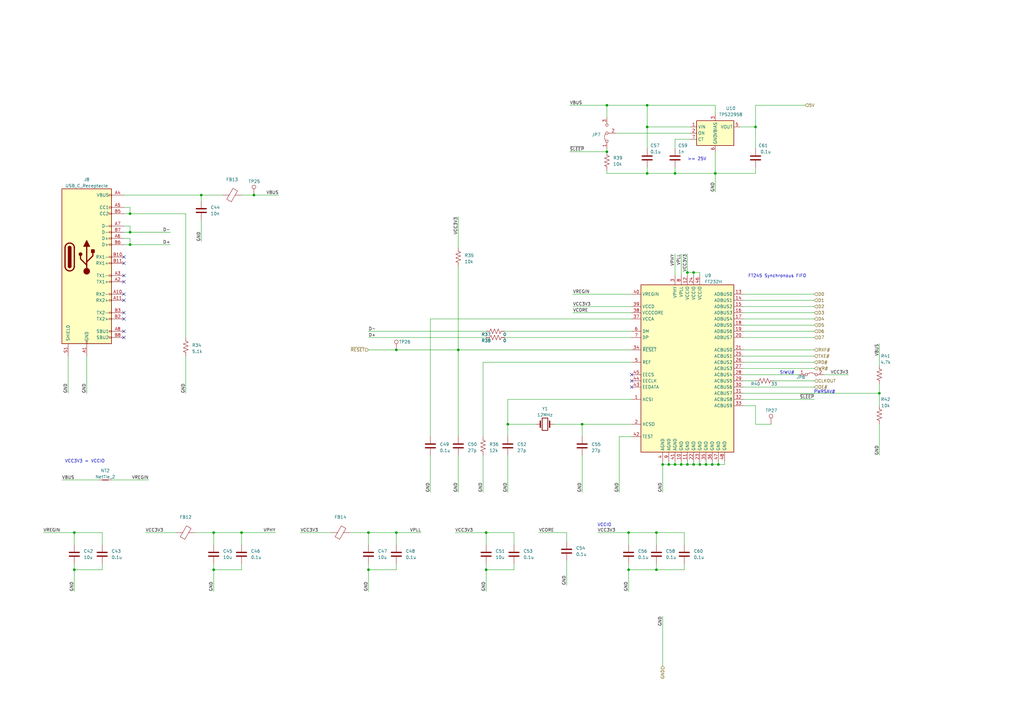
<source format=kicad_sch>
(kicad_sch (version 20250114) (generator "eeschema") (generator_version "9.0")
  (paper "A3")
  (title_block (title "Sonar Pinger") (date "2025-05-03") (rev "0"))
  (lib_symbols
    (symbol "Connector:TestPoint" (pin_numbers (hide yes)) (pin_names (offset 0.762) (hide yes))
      (property "Reference" "TP" (at 0 6.858 0))
      (property "Value" "TestPoint" (at 0 5.08 0))
      (symbol "TestPoint_0_1"
        (circle (center 0 3.302) (radius 0.762))
      )
      (symbol "TestPoint_1_1"
        (pin passive line (at 0 0 90) (length 2.54) (name "1") (number "1"))
      )
    )
    (symbol "Connector:USB_C_Receptacle" (pin_names (offset 1.016))
      (property "Reference" "J" (at -10.16 29.21 0))
      (property "Value" "USB_C_Receptacle" (at 10.16 29.21 0))
      (symbol "USB_C_Receptacle_0_0"
        (rectangle (start -0.254 -35.56) (end 0.254 -34.544))
        (rectangle (start 10.16 25.654) (end 9.144 25.146))
        (rectangle (start 10.16 20.574) (end 9.144 20.066))
        (rectangle (start 10.16 18.034) (end 9.144 17.526))
        (rectangle (start 10.16 12.954) (end 9.144 12.446))
        (rectangle (start 10.16 10.414) (end 9.144 9.906))
        (rectangle (start 10.16 7.874) (end 9.144 7.366))
        (rectangle (start 10.16 5.334) (end 9.144 4.826))
        (rectangle (start 10.16 0.254) (end 9.144 -0.254))
        (rectangle (start 10.16 -2.286) (end 9.144 -2.794))
        (rectangle (start 10.16 -7.366) (end 9.144 -7.874))
        (rectangle (start 10.16 -9.906) (end 9.144 -10.414))
        (rectangle (start 10.16 -14.986) (end 9.144 -15.494))
        (rectangle (start 10.16 -17.526) (end 9.144 -18.034))
        (rectangle (start 10.16 -22.606) (end 9.144 -23.114))
        (rectangle (start 10.16 -25.146) (end 9.144 -25.654))
        (rectangle (start 10.16 -30.226) (end 9.144 -30.734))
        (rectangle (start 10.16 -32.766) (end 9.144 -33.274))
      )
      (symbol "USB_C_Receptacle_0_1"
        (rectangle (start -10.16 27.94) (end 10.16 -35.56) (stroke (width 0.254)) (fill (type background)))
        (polyline (pts (xy -8.89 -3.81) (xy -8.89 3.81)) (stroke (width 0.508)))
        (rectangle (start -7.62 -3.81) (end -6.35 3.81) (stroke (width 0.254)) (fill (type outline)))
        (arc (start -7.62 3.81) (mid -6.985 4.4423) (end -6.35 3.81) (stroke (width 0.254)))
        (arc (start -7.62 3.81) (mid -6.985 4.4423) (end -6.35 3.81) (stroke (width 0.254)) (fill (type outline)))
        (arc (start -8.89 3.81) (mid -6.985 5.7067) (end -5.08 3.81) (stroke (width 0.508)))
        (arc (start -5.08 -3.81) (mid -6.985 -5.7067) (end -8.89 -3.81) (stroke (width 0.508)))
        (arc (start -6.35 -3.81) (mid -6.985 -4.4423) (end -7.62 -3.81) (stroke (width 0.254)))
        (arc (start -6.35 -3.81) (mid -6.985 -4.4423) (end -7.62 -3.81) (stroke (width 0.254)) (fill (type outline)))
        (polyline (pts (xy -5.08 3.81) (xy -5.08 -3.81)) (stroke (width 0.508)))
      )
      (symbol "USB_C_Receptacle_1_1"
        (circle (center -2.54 1.143) (radius 0.635) (stroke (width 0.254)) (fill (type outline)))
        (polyline (pts (xy -1.27 4.318) (xy 0 6.858) (xy 1.27 4.318) (xy -1.27 4.318)) (stroke (width 0.254)) (fill (type outline)))
        (polyline (pts (xy 0 -2.032) (xy 2.54 0.508) (xy 2.54 1.778)) (stroke (width 0.508)))
        (polyline (pts (xy 0 -3.302) (xy -2.54 -0.762) (xy -2.54 0.508)) (stroke (width 0.508)))
        (polyline (pts (xy 0 -5.842) (xy 0 4.318)) (stroke (width 0.508)))
        (circle (center 0 -5.842) (radius 1.27) (fill (type outline)))
        (rectangle (start 1.905 1.778) (end 3.175 3.048) (stroke (width 0.254)) (fill (type outline)))
        (pin passive line (at -7.62 -40.64 90) (length 5.08) (name "SHIELD") (number "S1"))
        (pin passive line (at 0 -40.64 90) (length 5.08) (name "GND") (number "A1"))
        (pin passive line (at 0 -40.64 90) (length 5.08) (hide yes) (name "GND") (number "A12"))
        (pin passive line (at 0 -40.64 90) (length 5.08) (hide yes) (name "GND") (number "B1"))
        (pin passive line (at 0 -40.64 90) (length 5.08) (hide yes) (name "GND") (number "B12"))
        (pin passive line (at 15.24 25.4 180) (length 5.08) (name "VBUS") (number "A4"))
        (pin passive line (at 15.24 25.4 180) (length 5.08) (hide yes) (name "VBUS") (number "A9"))
        (pin passive line (at 15.24 25.4 180) (length 5.08) (hide yes) (name "VBUS") (number "B4"))
        (pin passive line (at 15.24 25.4 180) (length 5.08) (hide yes) (name "VBUS") (number "B9"))
        (pin bidirectional line (at 15.24 20.32 180) (length 5.08) (name "CC1") (number "A5"))
        (pin bidirectional line (at 15.24 17.78 180) (length 5.08) (name "CC2") (number "B5"))
        (pin bidirectional line (at 15.24 12.7 180) (length 5.08) (name "D-") (number "A7"))
        (pin bidirectional line (at 15.24 10.16 180) (length 5.08) (name "D-") (number "B7"))
        (pin bidirectional line (at 15.24 7.62 180) (length 5.08) (name "D+") (number "A6"))
        (pin bidirectional line (at 15.24 5.08 180) (length 5.08) (name "D+") (number "B6"))
        (pin bidirectional line (at 15.24 0 180) (length 5.08) (name "RX1-") (number "B10"))
        (pin bidirectional line (at 15.24 -2.54 180) (length 5.08) (name "RX1+") (number "B11"))
        (pin bidirectional line (at 15.24 -7.62 180) (length 5.08) (name "TX1-") (number "A3"))
        (pin bidirectional line (at 15.24 -10.16 180) (length 5.08) (name "TX1+") (number "A2"))
        (pin bidirectional line (at 15.24 -15.24 180) (length 5.08) (name "RX2-") (number "A10"))
        (pin bidirectional line (at 15.24 -17.78 180) (length 5.08) (name "RX2+") (number "A11"))
        (pin bidirectional line (at 15.24 -22.86 180) (length 5.08) (name "TX2-") (number "B3"))
        (pin bidirectional line (at 15.24 -25.4 180) (length 5.08) (name "TX2+") (number "B2"))
        (pin bidirectional line (at 15.24 -30.48 180) (length 5.08) (name "SBU1") (number "A8"))
        (pin bidirectional line (at 15.24 -33.02 180) (length 5.08) (name "SBU2") (number "B8"))
      )
    )
    (symbol "Device:C" (pin_numbers (hide yes)) (pin_names (offset 0.254))
      (property "Reference" "C" (at 0.635 2.54 0))
      (property "Value" "C" (at 0.635 -2.54 0))
      (symbol "C_0_1"
        (polyline (pts (xy -2.032 0.762) (xy 2.032 0.762)) (stroke (width 0.508)))
        (polyline (pts (xy -2.032 -0.762) (xy 2.032 -0.762)) (stroke (width 0.508)))
      )
      (symbol "C_1_1"
        (pin passive line (at 0 3.81 270) (length 2.794) (name "~") (number "1"))
        (pin passive line (at 0 -3.81 90) (length 2.794) (name "~") (number "2"))
      )
    )
    (symbol "Device:Crystal" (pin_numbers (hide yes)) (pin_names (offset 1.016) (hide yes))
      (property "Reference" "Y" (at 0 3.81 0))
      (property "Value" "Crystal" (at 0 -3.81 0))
      (symbol "Crystal_0_1"
        (polyline (pts (xy -2.54 0) (xy -1.905 0)))
        (polyline (pts (xy -1.905 -1.27) (xy -1.905 1.27)) (stroke (width 0.508)))
        (rectangle (start -1.143 2.54) (end 1.143 -2.54) (stroke (width 0.3048)))
        (polyline (pts (xy 1.905 -1.27) (xy 1.905 1.27)) (stroke (width 0.508)))
        (polyline (pts (xy 2.54 0) (xy 1.905 0)))
      )
      (symbol "Crystal_1_1"
        (pin passive line (at -3.81 0 0) (length 1.27) (name "1") (number "1"))
        (pin passive line (at 3.81 0 180) (length 1.27) (name "2") (number "2"))
      )
    )
    (symbol "Device:FerriteBead" (pin_numbers (hide yes)) (pin_names (offset 0))
      (property "Reference" "FB" (at -3.81 0.635 90))
      (property "Value" "FerriteBead" (at 3.81 0 90))
      (symbol "FerriteBead_0_1"
        (polyline (pts (xy -2.7686 0.4064) (xy -1.7018 2.2606) (xy 2.7686 -0.3048) (xy 1.6764 -2.159) (xy -2.7686 0.4064)))
        (polyline (pts (xy 0 1.27) (xy 0 1.2954)))
        (polyline (pts (xy 0 -1.27) (xy 0 -1.2192)))
      )
      (symbol "FerriteBead_1_1"
        (pin passive line (at 0 3.81 270) (length 2.54) (name "~") (number "1"))
        (pin passive line (at 0 -3.81 90) (length 2.54) (name "~") (number "2"))
      )
    )
    (symbol "Device:NetTie_2" (pin_numbers (hide yes)) (pin_names (offset 0) (hide yes)) (in_bom no)
      (property "Reference" "NT" (at 0 1.27 0))
      (property "Value" "NetTie_2" (at 0 -1.27 0))
      (symbol "NetTie_2_0_1"
        (polyline (pts (xy -1.27 0) (xy 1.27 0)) (stroke (width 0.254)))
      )
      (symbol "NetTie_2_1_1"
        (pin passive line (at -2.54 0 0) (length 2.54) (name "1") (number "1"))
        (pin passive line (at 2.54 0 180) (length 2.54) (name "2") (number "2"))
      )
    )
    (symbol "Device:R_US" (pin_numbers (hide yes)) (pin_names (offset 0))
      (property "Reference" "R" (at 2.54 0 90))
      (property "Value" "R_US" (at -2.54 0 90))
      (symbol "R_US_0_1"
        (polyline (pts (xy 0 2.286) (xy 0 2.54)))
        (polyline (pts (xy 0 2.286) (xy 1.016 1.905) (xy 0 1.524) (xy -1.016 1.143) (xy 0 0.762)))
        (polyline (pts (xy 0 0.762) (xy 1.016 0.381) (xy 0 0) (xy -1.016 -0.381) (xy 0 -0.762)))
        (polyline (pts (xy 0 -0.762) (xy 1.016 -1.143) (xy 0 -1.524) (xy -1.016 -1.905) (xy 0 -2.286)))
        (polyline (pts (xy 0 -2.286) (xy 0 -2.54)))
      )
      (symbol "R_US_1_1"
        (pin passive line (at 0 3.81 270) (length 1.27) (name "~") (number "1"))
        (pin passive line (at 0 -3.81 90) (length 1.27) (name "~") (number "2"))
      )
    )
    (symbol "Interface_USB:FT232H"
      (property "Reference" "U" (at -19.05 35.56 0))
      (property "Value" "FT232H" (at 12.7 35.56 0))
      (symbol "FT232H_0_1"
        (rectangle (start -19.05 34.29) (end 19.05 -34.29) (stroke (width 0.254)) (fill (type background)))
      )
      (symbol "FT232H_1_1"
        (pin power_in line (at -22.86 30.48 0) (length 3.81) (name "VREGIN") (number "40"))
        (pin power_in line (at -22.86 25.4 0) (length 3.81) (name "VCCD") (number "39"))
        (pin power_out line (at -22.86 22.86 0) (length 3.81) (name "VCCCORE") (number "38"))
        (pin power_out line (at -22.86 20.32 0) (length 3.81) (name "VCCA") (number "37"))
        (pin bidirectional line (at -22.86 15.24 0) (length 3.81) (name "DM") (number "6"))
        (pin bidirectional line (at -22.86 12.7 0) (length 3.81) (name "DP") (number "7"))
        (pin input line (at -22.86 7.62 0) (length 3.81) (name "~{RESET}") (number "34"))
        (pin input line (at -22.86 2.54 0) (length 3.81) (name "REF") (number "5"))
        (pin input line (at -22.86 -2.54 0) (length 3.81) (name "EECS") (number "45"))
        (pin input line (at -22.86 -5.08 0) (length 3.81) (name "EECLK") (number "44"))
        (pin bidirectional line (at -22.86 -7.62 0) (length 3.81) (name "EEDATA") (number "43"))
        (pin input line (at -22.86 -12.7 0) (length 3.81) (name "XCSI") (number "1"))
        (pin output line (at -22.86 -22.86 0) (length 3.81) (name "XCSO") (number "2"))
        (pin input line (at -22.86 -27.94 0) (length 3.81) (name "TEST") (number "42"))
        (pin power_in line (at -10.16 -38.1 90) (length 3.81) (name "AGND") (number "4"))
        (pin power_in line (at -7.62 -38.1 90) (length 3.81) (name "AGND") (number "9"))
        (pin power_in line (at -5.08 38.1 270) (length 3.81) (name "VPHY") (number "3"))
        (pin power_in line (at -5.08 -38.1 90) (length 3.81) (name "AGND") (number "41"))
        (pin power_in line (at -2.54 38.1 270) (length 3.81) (name "VPLL") (number "8"))
        (pin power_in line (at -2.54 -38.1 90) (length 3.81) (name "GND") (number "10"))
        (pin power_in line (at 0 38.1 270) (length 3.81) (name "VCCIO") (number "12"))
        (pin power_in line (at 0 -38.1 90) (length 3.81) (name "GND") (number "11"))
        (pin power_in line (at 2.54 38.1 270) (length 3.81) (name "VCCIO") (number "24"))
        (pin power_in line (at 2.54 -38.1 90) (length 3.81) (name "GND") (number "22"))
        (pin power_in line (at 5.08 38.1 270) (length 3.81) (name "VCCIO") (number "46"))
        (pin power_in line (at 5.08 -38.1 90) (length 3.81) (name "GND") (number "23"))
        (pin power_in line (at 7.62 -38.1 90) (length 3.81) (name "GND") (number "35"))
        (pin power_in line (at 10.16 -38.1 90) (length 3.81) (name "GND") (number "36"))
        (pin power_in line (at 12.7 -38.1 90) (length 3.81) (name "GND") (number "47"))
        (pin power_in line (at 15.24 -38.1 90) (length 3.81) (name "GND") (number "48"))
        (pin bidirectional line (at 22.86 30.48 180) (length 3.81) (name "ADBUS0") (number "13"))
        (pin bidirectional line (at 22.86 27.94 180) (length 3.81) (name "ADBUS1") (number "14"))
        (pin bidirectional line (at 22.86 25.4 180) (length 3.81) (name "ADBUS2") (number "15"))
        (pin bidirectional line (at 22.86 22.86 180) (length 3.81) (name "ADBUS3") (number "16"))
        (pin bidirectional line (at 22.86 20.32 180) (length 3.81) (name "ADBUS4") (number "17"))
        (pin bidirectional line (at 22.86 17.78 180) (length 3.81) (name "ADBUS5") (number "18"))
        (pin bidirectional line (at 22.86 15.24 180) (length 3.81) (name "ADBUS6") (number "19"))
        (pin bidirectional line (at 22.86 12.7 180) (length 3.81) (name "ADBUS7") (number "20"))
        (pin bidirectional line (at 22.86 7.62 180) (length 3.81) (name "ACBUS0") (number "21"))
        (pin bidirectional line (at 22.86 5.08 180) (length 3.81) (name "ACBUS1") (number "25"))
        (pin bidirectional line (at 22.86 2.54 180) (length 3.81) (name "ACBUS2") (number "26"))
        (pin bidirectional line (at 22.86 0 180) (length 3.81) (name "ACBUS3") (number "27"))
        (pin bidirectional line (at 22.86 -2.54 180) (length 3.81) (name "ACBUS4") (number "28"))
        (pin bidirectional line (at 22.86 -5.08 180) (length 3.81) (name "ACBUS5") (number "29"))
        (pin bidirectional line (at 22.86 -7.62 180) (length 3.81) (name "ACBUS6") (number "30"))
        (pin bidirectional line (at 22.86 -10.16 180) (length 3.81) (name "ACBUS7") (number "31"))
        (pin bidirectional line (at 22.86 -12.7 180) (length 3.81) (name "ACBUS8") (number "32"))
        (pin bidirectional line (at 22.86 -15.24 180) (length 3.81) (name "ACBUS9") (number "33"))
      )
    )
    (symbol "Jumper:Jumper_2_Bridged" (pin_names (offset 0) (hide yes))
      (property "Reference" "JP" (at 0 1.905 0))
      (property "Value" "Jumper_2_Bridged" (at 0 -2.54 0))
      (symbol "Jumper_2_Bridged_0_0"
        (circle (center -2.032 0) (radius 0.508))
        (circle (center 2.032 0) (radius 0.508))
      )
      (symbol "Jumper_2_Bridged_0_1"
        (arc (start -1.524 0.254) (mid 0 0.762) (end 1.524 0.254))
      )
      (symbol "Jumper_2_Bridged_1_1"
        (pin passive line (at -5.08 0 0) (length 2.54) (name "A") (number "1"))
        (pin passive line (at 5.08 0 180) (length 2.54) (name "B") (number "2"))
      )
    )
    (symbol "Jumper:Jumper_3_Bridged12" (pin_names (offset 0) (hide yes))
      (property "Reference" "JP" (at -2.54 -2.54 0))
      (property "Value" "Jumper_3_Bridged12" (at 0 2.794 0))
      (symbol "Jumper_3_Bridged12_0_0"
        (circle (center -3.302 0) (radius 0.508))
        (circle (center 0 0) (radius 0.508))
        (circle (center 3.302 0) (radius 0.508))
      )
      (symbol "Jumper_3_Bridged12_0_1"
        (arc (start -3.048 0.508) (mid -1.651 0.9912) (end -0.254 0.508))
        (polyline (pts (xy 0 -1.27) (xy 0 -0.508)))
      )
      (symbol "Jumper_3_Bridged12_1_1"
        (pin passive line (at -6.35 0 0) (length 2.54) (name "A") (number "1"))
        (pin passive line (at 0 -3.81 90) (length 2.54) (name "C") (number "2"))
        (pin passive line (at 6.35 0 180) (length 2.54) (name "B") (number "3"))
      )
    )
    (symbol "pd_symbols:TPS22958"
      (property "Reference" "U" (at -6.35 6.35 0))
      (property "Value" "TPS22958" (at 6.35 6.35 0))
      (symbol "TPS22958_0_1"
        (rectangle (start -7.62 5.08) (end 7.62 -5.08) (stroke (width 0.254)) (fill (type background)))
      )
      (symbol "TPS22958_1_1"
        (pin power_in line (at -10.16 2.54 0) (length 2.54) (name "VIN") (number "1"))
        (pin power_in line (at -10.16 2.54 0) (length 2.54) (hide yes) (name "VIN") (number "4"))
        (pin input line (at -10.16 0 0) (length 2.54) (name "ON") (number "2"))
        (pin passive line (at -10.16 -2.54 0) (length 2.54) (name "CT") (number "7"))
        (pin input line (at 0 7.62 270) (length 2.54) (name "VBIAS") (number "3"))
        (pin power_in line (at 0 -7.62 90) (length 2.54) (name "GND") (number "6"))
        (pin power_out line (at 10.16 2.54 180) (length 2.54) (name "VOUT") (number "5"))
        (pin power_out line (at 10.16 2.54 180) (length 2.54) (hide yes) (name "VOUT") (number "8"))
      )
    )
  )
  (text "VCCIO" (at 247.904 215.392 0) (effects (font (size 1.27 1.27))))
  (text "VCC3V3 = VCCIO" (at 34.798 189.23 0) (effects (font (size 1.27 1.27))))
  (text ">= 25V" (at 281.94 66.04 0) (effects (font (size 1.27 1.27)) (justify left bottom)))
  (text "FT245 Synchronous FIFO" (at 318.77 113.284 0) (effects (font (size 1.27 1.27))))
  (text "PWRSAV#" (at 333.756 161.544 0) (effects (font (size 1.27 1.27)) (justify left bottom)))
  (text "SIWU#" (at 319.786 153.67 0) (effects (font (size 1.27 1.27)) (justify left bottom)))
  (junction (at 30.48 233.68))
  (junction (at 208.28 173.99))
  (junction (at 30.48 218.44))
  (junction (at 279.4 190.5))
  (junction (at 53.34 95.25))
  (junction (at 284.48 190.5))
  (junction (at 151.13 233.68))
  (junction (at 151.13 218.44))
  (junction (at 199.39 233.68))
  (junction (at 269.24 218.44))
  (junction (at 269.24 233.68))
  (junction (at 53.34 100.33))
  (junction (at 276.86 190.5))
  (junction (at 82.55 80.01))
  (junction (at 265.43 52.07))
  (junction (at 309.88 52.07))
  (junction (at 276.86 71.12))
  (junction (at 281.94 111.76))
  (junction (at 289.56 190.5))
  (junction (at 238.76 173.99))
  (junction (at 99.06 218.44))
  (junction (at 271.78 190.5))
  (junction (at 162.56 143.51))
  (junction (at 294.64 190.5))
  (junction (at 360.68 161.29))
  (junction (at 248.92 62.23))
  (junction (at 274.32 190.5))
  (junction (at 292.1 190.5))
  (junction (at 87.63 233.68))
  (junction (at 257.81 233.68))
  (junction (at 265.43 71.12))
  (junction (at 281.94 190.5))
  (junction (at 248.92 43.18))
  (junction (at 162.56 218.44))
  (junction (at 257.81 218.44))
  (junction (at 104.14 80.01))
  (junction (at 187.96 143.51))
  (junction (at 287.02 190.5))
  (junction (at 265.43 43.18))
  (junction (at 53.34 87.63))
  (junction (at 284.48 111.76))
  (junction (at 87.63 218.44))
  (junction (at 199.39 218.44))
  (junction (at 293.37 71.12))
  (no_connect (at 50.8 123.19))
  (no_connect (at 259.08 158.75))
  (no_connect (at 50.8 135.89))
  (no_connect (at 50.8 128.27))
  (no_connect (at 50.8 113.03))
  (no_connect (at 259.08 153.67))
  (no_connect (at 50.8 120.65))
  (no_connect (at 50.8 138.43))
  (no_connect (at 50.8 107.95))
  (no_connect (at 50.8 115.57))
  (no_connect (at 50.8 105.41))
  (no_connect (at 50.8 130.81))
  (no_connect (at 259.08 156.21))
  (wire (pts (xy 187.96 88.9) (xy 187.96 101.6)))
  (wire (pts (xy 304.8 133.35) (xy 334.01 133.35)))
  (wire (pts (xy 151.13 233.68) (xy 151.13 242.57)))
  (wire (pts (xy 25.4 196.85) (xy 40.64 196.85)))
  (wire (pts (xy 281.94 190.5) (xy 279.4 190.5)))
  (wire (pts (xy 233.68 43.18) (xy 248.92 43.18)))
  (wire (pts (xy 232.41 229.87) (xy 232.41 240.03)))
  (wire (pts (xy 360.68 161.29) (xy 304.8 161.29)))
  (wire (pts (xy 59.69 218.44) (xy 72.39 218.44)))
  (wire (pts (xy 248.92 43.18) (xy 265.43 43.18)))
  (wire (pts (xy 143.51 218.44) (xy 151.13 218.44)))
  (wire (pts (xy 53.34 100.33) (xy 69.85 100.33)))
  (wire (pts (xy 304.8 128.27) (xy 334.01 128.27)))
  (wire (pts (xy 30.48 218.44) (xy 41.91 218.44)))
  (wire (pts (xy 360.68 161.29) (xy 360.68 166.37)))
  (wire (pts (xy 309.88 43.18) (xy 309.88 52.07)))
  (wire (pts (xy 151.13 135.89) (xy 199.39 135.89)))
  (wire (pts (xy 82.55 80.01) (xy 82.55 82.55)))
  (wire (pts (xy 259.08 163.83) (xy 208.28 163.83)))
  (wire (pts (xy 187.96 109.22) (xy 187.96 143.51)))
  (wire (pts (xy 99.06 80.01) (xy 104.14 80.01)))
  (wire (pts (xy 187.96 143.51) (xy 187.96 179.07)))
  (wire (pts (xy 265.43 71.12) (xy 276.86 71.12)))
  (wire (pts (xy 292.1 189.23) (xy 292.1 190.5)))
  (wire (pts (xy 293.37 62.23) (xy 293.37 71.12)))
  (wire (pts (xy 297.18 190.5) (xy 294.64 190.5)))
  (wire (pts (xy 76.2 146.05) (xy 76.2 161.29)))
  (wire (pts (xy 259.08 179.07) (xy 254 179.07)))
  (wire (pts (xy 53.34 100.33) (xy 50.8 100.33)))
  (wire (pts (xy 294.64 189.23) (xy 294.64 190.5)))
  (wire (pts (xy 50.8 92.71) (xy 53.34 92.71)))
  (wire (pts (xy 309.88 68.58) (xy 309.88 71.12)))
  (wire (pts (xy 304.8 143.51) (xy 334.01 143.51)))
  (wire (pts (xy 30.48 223.52) (xy 30.48 218.44)))
  (wire (pts (xy 41.91 218.44) (xy 41.91 223.52)))
  (wire (pts (xy 304.8 153.67) (xy 327.66 153.67)))
  (wire (pts (xy 265.43 52.07) (xy 283.21 52.07)))
  (wire (pts (xy 309.88 52.07) (xy 309.88 60.96)))
  (wire (pts (xy 304.8 146.05) (xy 334.01 146.05)))
  (wire (pts (xy 309.88 173.99) (xy 316.23 173.99)))
  (wire (pts (xy 198.12 148.59) (xy 198.12 179.07)))
  (wire (pts (xy 227.33 173.99) (xy 238.76 173.99)))
  (wire (pts (xy 259.08 148.59) (xy 198.12 148.59)))
  (wire (pts (xy 293.37 71.12) (xy 293.37 78.74)))
  (wire (pts (xy 276.86 190.5) (xy 279.4 190.5)))
  (wire (pts (xy 276.86 71.12) (xy 293.37 71.12)))
  (wire (pts (xy 41.91 231.14) (xy 41.91 233.68)))
  (wire (pts (xy 233.68 62.23) (xy 248.92 62.23)))
  (wire (pts (xy 208.28 186.69) (xy 208.28 201.93)))
  (wire (pts (xy 248.92 62.23) (xy 248.92 60.96)))
  (wire (pts (xy 304.8 151.13) (xy 334.01 151.13)))
  (wire (pts (xy 293.37 71.12) (xy 309.88 71.12)))
  (wire (pts (xy 208.28 163.83) (xy 208.28 173.99)))
  (wire (pts (xy 53.34 92.71) (xy 53.34 95.25)))
  (wire (pts (xy 76.2 87.63) (xy 76.2 138.43)))
  (wire (pts (xy 265.43 43.18) (xy 265.43 52.07)))
  (wire (pts (xy 151.13 231.14) (xy 151.13 233.68)))
  (wire (pts (xy 82.55 90.17) (xy 82.55 99.06)))
  (wire (pts (xy 271.78 190.5) (xy 271.78 201.93)))
  (wire (pts (xy 330.2 43.18) (xy 309.88 43.18)))
  (wire (pts (xy 199.39 231.14) (xy 199.39 233.68)))
  (wire (pts (xy 304.8 135.89) (xy 334.01 135.89)))
  (wire (pts (xy 82.55 80.01) (xy 91.44 80.01)))
  (wire (pts (xy 257.81 223.52) (xy 257.81 218.44)))
  (wire (pts (xy 269.24 233.68) (xy 257.81 233.68)))
  (wire (pts (xy 176.53 186.69) (xy 176.53 201.93)))
  (wire (pts (xy 281.94 104.14) (xy 281.94 111.76)))
  (wire (pts (xy 151.13 138.43) (xy 199.39 138.43)))
  (wire (pts (xy 287.02 189.23) (xy 287.02 190.5)))
  (wire (pts (xy 187.96 143.51) (xy 259.08 143.51)))
  (wire (pts (xy 294.64 190.5) (xy 292.1 190.5)))
  (wire (pts (xy 281.94 111.76) (xy 281.94 113.03)))
  (wire (pts (xy 162.56 231.14) (xy 162.56 233.68)))
  (wire (pts (xy 17.78 218.44) (xy 30.48 218.44)))
  (wire (pts (xy 207.01 138.43) (xy 259.08 138.43)))
  (wire (pts (xy 50.8 97.79) (xy 53.34 97.79)))
  (wire (pts (xy 210.82 218.44) (xy 210.82 223.52)))
  (wire (pts (xy 297.18 189.23) (xy 297.18 190.5)))
  (wire (pts (xy 265.43 43.18) (xy 293.37 43.18)))
  (wire (pts (xy 269.24 231.14) (xy 269.24 233.68)))
  (wire (pts (xy 199.39 233.68) (xy 199.39 242.57)))
  (wire (pts (xy 265.43 52.07) (xy 265.43 60.96)))
  (wire (pts (xy 186.69 218.44) (xy 199.39 218.44)))
  (wire (pts (xy 220.98 218.44) (xy 232.41 218.44)))
  (wire (pts (xy 271.78 252.73) (xy 271.78 273.05)))
  (wire (pts (xy 269.24 218.44) (xy 280.67 218.44)))
  (wire (pts (xy 279.4 189.23) (xy 279.4 190.5)))
  (wire (pts (xy 210.82 231.14) (xy 210.82 233.68)))
  (wire (pts (xy 287.02 111.76) (xy 284.48 111.76)))
  (wire (pts (xy 304.8 120.65) (xy 334.01 120.65)))
  (wire (pts (xy 304.8 130.81) (xy 334.01 130.81)))
  (wire (pts (xy 284.48 111.76) (xy 281.94 111.76)))
  (wire (pts (xy 99.06 233.68) (xy 87.63 233.68)))
  (wire (pts (xy 259.08 130.81) (xy 176.53 130.81)))
  (wire (pts (xy 87.63 231.14) (xy 87.63 233.68)))
  (wire (pts (xy 289.56 190.5) (xy 287.02 190.5)))
  (wire (pts (xy 304.8 163.83) (xy 334.01 163.83)))
  (wire (pts (xy 232.41 218.44) (xy 232.41 222.25)))
  (wire (pts (xy 176.53 130.81) (xy 176.53 179.07)))
  (wire (pts (xy 199.39 223.52) (xy 199.39 218.44)))
  (wire (pts (xy 304.8 123.19) (xy 334.01 123.19)))
  (wire (pts (xy 30.48 231.14) (xy 30.48 233.68)))
  (wire (pts (xy 254 179.07) (xy 254 201.93)))
  (wire (pts (xy 198.12 186.69) (xy 198.12 201.93)))
  (wire (pts (xy 280.67 231.14) (xy 280.67 233.68)))
  (wire (pts (xy 287.02 190.5) (xy 284.48 190.5)))
  (wire (pts (xy 151.13 223.52) (xy 151.13 218.44)))
  (wire (pts (xy 162.56 218.44) (xy 172.72 218.44)))
  (wire (pts (xy 360.68 173.99) (xy 360.68 186.69)))
  (wire (pts (xy 284.48 189.23) (xy 284.48 190.5)))
  (wire (pts (xy 309.88 166.37) (xy 309.88 173.99)))
  (wire (pts (xy 208.28 173.99) (xy 219.71 173.99)))
  (wire (pts (xy 87.63 218.44) (xy 99.06 218.44)))
  (wire (pts (xy 99.06 218.44) (xy 113.03 218.44)))
  (wire (pts (xy 274.32 190.5) (xy 271.78 190.5)))
  (wire (pts (xy 304.8 156.21) (xy 309.88 156.21)))
  (wire (pts (xy 304.8 148.59) (xy 334.01 148.59)))
  (wire (pts (xy 53.34 95.25) (xy 69.85 95.25)))
  (wire (pts (xy 303.53 52.07) (xy 309.88 52.07)))
  (wire (pts (xy 248.92 69.85) (xy 248.92 71.12)))
  (wire (pts (xy 289.56 189.23) (xy 289.56 190.5)))
  (wire (pts (xy 284.48 111.76) (xy 284.48 113.03)))
  (wire (pts (xy 360.68 157.48) (xy 360.68 161.29)))
  (wire (pts (xy 276.86 189.23) (xy 276.86 190.5)))
  (wire (pts (xy 269.24 218.44) (xy 269.24 223.52)))
  (wire (pts (xy 210.82 233.68) (xy 199.39 233.68)))
  (wire (pts (xy 271.78 189.23) (xy 271.78 190.5)))
  (wire (pts (xy 162.56 218.44) (xy 162.56 223.52)))
  (wire (pts (xy 317.5 156.21) (xy 334.01 156.21)))
  (wire (pts (xy 123.19 218.44) (xy 135.89 218.44)))
  (wire (pts (xy 162.56 233.68) (xy 151.13 233.68)))
  (wire (pts (xy 280.67 218.44) (xy 280.67 223.52)))
  (wire (pts (xy 283.21 57.15) (xy 276.86 57.15)))
  (wire (pts (xy 53.34 97.79) (xy 53.34 100.33)))
  (wire (pts (xy 292.1 190.5) (xy 289.56 190.5)))
  (wire (pts (xy 41.91 233.68) (xy 30.48 233.68)))
  (wire (pts (xy 274.32 189.23) (xy 274.32 190.5)))
  (wire (pts (xy 50.8 87.63) (xy 53.34 87.63)))
  (wire (pts (xy 199.39 218.44) (xy 210.82 218.44)))
  (wire (pts (xy 53.34 85.09) (xy 53.34 87.63)))
  (wire (pts (xy 304.8 158.75) (xy 334.01 158.75)))
  (wire (pts (xy 276.86 190.5) (xy 274.32 190.5)))
  (wire (pts (xy 162.56 143.51) (xy 187.96 143.51)))
  (wire (pts (xy 252.73 54.61) (xy 283.21 54.61)))
  (wire (pts (xy 45.72 196.85) (xy 60.96 196.85)))
  (wire (pts (xy 104.14 80.01) (xy 114.3 80.01)))
  (wire (pts (xy 234.95 125.73) (xy 259.08 125.73)))
  (wire (pts (xy 287.02 113.03) (xy 287.02 111.76)))
  (wire (pts (xy 276.86 68.58) (xy 276.86 71.12)))
  (wire (pts (xy 245.11 218.44) (xy 257.81 218.44)))
  (wire (pts (xy 87.63 233.68) (xy 87.63 242.57)))
  (wire (pts (xy 304.8 138.43) (xy 334.01 138.43)))
  (wire (pts (xy 50.8 85.09) (xy 53.34 85.09)))
  (wire (pts (xy 99.06 231.14) (xy 99.06 233.68)))
  (wire (pts (xy 304.8 125.73) (xy 334.01 125.73)))
  (wire (pts (xy 337.82 153.67) (xy 347.98 153.67)))
  (wire (pts (xy 279.4 104.14) (xy 279.4 113.03)))
  (wire (pts (xy 238.76 173.99) (xy 259.08 173.99)))
  (wire (pts (xy 248.92 48.26) (xy 248.92 43.18)))
  (wire (pts (xy 257.81 233.68) (xy 257.81 242.57)))
  (wire (pts (xy 281.94 189.23) (xy 281.94 190.5)))
  (wire (pts (xy 284.48 190.5) (xy 281.94 190.5)))
  (wire (pts (xy 80.01 218.44) (xy 87.63 218.44)))
  (wire (pts (xy 304.8 166.37) (xy 309.88 166.37)))
  (wire (pts (xy 27.94 146.05) (xy 27.94 161.29)))
  (wire (pts (xy 187.96 186.69) (xy 187.96 201.93)))
  (wire (pts (xy 238.76 186.69) (xy 238.76 201.93)))
  (wire (pts (xy 234.95 128.27) (xy 259.08 128.27)))
  (wire (pts (xy 207.01 135.89) (xy 259.08 135.89)))
  (wire (pts (xy 30.48 233.68) (xy 30.48 242.57)))
  (wire (pts (xy 234.95 120.65) (xy 259.08 120.65)))
  (wire (pts (xy 257.81 231.14) (xy 257.81 233.68)))
  (wire (pts (xy 280.67 233.68) (xy 269.24 233.68)))
  (wire (pts (xy 53.34 87.63) (xy 76.2 87.63)))
  (wire (pts (xy 360.68 140.97) (xy 360.68 149.86)))
  (wire (pts (xy 151.13 218.44) (xy 162.56 218.44)))
  (wire (pts (xy 151.13 143.51) (xy 162.56 143.51)))
  (wire (pts (xy 276.86 57.15) (xy 276.86 60.96)))
  (wire (pts (xy 238.76 173.99) (xy 238.76 179.07)))
  (wire (pts (xy 257.81 218.44) (xy 269.24 218.44)))
  (wire (pts (xy 208.28 173.99) (xy 208.28 179.07)))
  (wire (pts (xy 248.92 71.12) (xy 265.43 71.12)))
  (wire (pts (xy 35.56 146.05) (xy 35.56 161.29)))
  (wire (pts (xy 50.8 80.01) (xy 82.55 80.01)))
  (wire (pts (xy 87.63 223.52) (xy 87.63 218.44)))
  (wire (pts (xy 99.06 218.44) (xy 99.06 223.52)))
  (wire (pts (xy 265.43 68.58) (xy 265.43 71.12)))
  (wire (pts (xy 293.37 46.99) (xy 293.37 43.18)))
  (wire (pts (xy 53.34 95.25) (xy 50.8 95.25)))
  (wire (pts (xy 276.86 104.14) (xy 276.86 113.03)))
  (label "GND" (at 238.76 201.93 90))
  (label "VREGIN" (at 234.95 120.65 0))
  (label "GND" (at 232.41 240.03 90))
  (label "GND" (at 271.78 201.93 90))
  (label "VCORE" (at 220.98 218.44 0))
  (label "GND" (at 76.2 161.29 90))
  (label "VBUS" (at 25.4 196.85 0))
  (label "VREGIN" (at 17.78 218.44 0))
  (label "VPLL" (at 172.72 218.44 180))
  (label "GND" (at 360.68 186.69 90))
  (label "~{SLEEP}" (at 233.68 62.23 0))
  (label "VCC3V3" (at 186.69 218.44 0))
  (label "GND" (at 87.63 242.57 90))
  (label "GND" (at 257.81 242.57 90))
  (label "VCC3V3" (at 281.94 104.14 270))
  (label "GND" (at 293.37 78.74 90))
  (label "VCORE" (at 234.95 128.27 0))
  (label "GND" (at 176.53 201.93 90))
  (label "VBUS" (at 114.3 80.01 180))
  (label "VREGIN" (at 60.96 196.85 180))
  (label "D-" (at 151.13 135.89 0))
  (label "GND" (at 35.56 161.29 90))
  (label "VCC3V3" (at 59.69 218.44 0))
  (label "GND" (at 82.55 99.06 90))
  (label "GND" (at 254 201.93 90))
  (label "VPHY" (at 113.03 218.44 180))
  (label "VBUS" (at 360.68 140.97 270))
  (label "GND" (at 271.78 252.73 270))
  (label "GND" (at 151.13 242.57 90))
  (label "VCC3V3" (at 187.96 88.9 270))
  (label "D-" (at 69.85 95.25 180))
  (label "VCC3V3" (at 123.19 218.44 0))
  (label "GND" (at 199.39 242.57 90))
  (label "GND" (at 208.28 201.93 90))
  (label "GND" (at 30.48 242.57 90))
  (label "VBUS" (at 233.68 43.18 0))
  (label "GND" (at 187.96 201.93 90))
  (label "VPLL" (at 279.4 104.14 270))
  (label "VPHY" (at 276.86 104.14 270))
  (label "VCC3V3" (at 245.11 218.44 0))
  (label "~{SLEEP}" (at 334.01 163.83 180))
  (label "VCC3V3" (at 234.95 125.73 0))
  (label "VCC3V3" (at 347.98 153.67 180))
  (label "GND" (at 198.12 201.93 90))
  (label "D+" (at 151.13 138.43 0))
  (label "D+" (at 69.85 100.33 180))
  (label "GND" (at 27.94 161.29 90))
  (hierarchical_label "D0" (shape input) (at 334.01 120.65 0))
  (hierarchical_label "OE#" (shape input) (at 334.01 158.75 0))
  (hierarchical_label "D4" (shape input) (at 334.01 130.81 0))
  (hierarchical_label "RXF#" (shape input) (at 334.01 143.51 0))
  (hierarchical_label "GND" (shape input) (at 271.78 273.05 270))
  (hierarchical_label "CLKOUT" (shape input) (at 334.01 156.21 0))
  (hierarchical_label "D5" (shape input) (at 334.01 133.35 0))
  (hierarchical_label "D1" (shape input) (at 334.01 123.19 0))
  (hierarchical_label "RD#" (shape input) (at 334.01 148.59 0))
  (hierarchical_label "D6" (shape input) (at 334.01 135.89 0))
  (hierarchical_label "~{RESET}" (shape input) (at 151.13 143.51 180))
  (hierarchical_label "WR#" (shape input) (at 334.01 151.13 0))
  (hierarchical_label "TXE#" (shape input) (at 334.01 146.05 0))
  (hierarchical_label "D7" (shape input) (at 334.01 138.43 0))
  (hierarchical_label "D3" (shape input) (at 334.01 128.27 0))
  (hierarchical_label "5V" (shape input) (at 330.2 43.18 0))
  (hierarchical_label "D2" (shape input) (at 334.01 125.73 0))
  (symbol (lib_id "Device:R_US") (at 203.2 135.89 90) (unit 1)
    (property "Reference" "R37" (at 199.39 137.16 90))
    (property "Value" "0" (at 207.01 137.16 90))
    (property "Footprint" "Resistor_SMD:R_0603_1608Metric" (effects (hide yes)))
    (property "Description" "Resistor, US symbol" (effects (hide yes)))
  )
  (symbol (lib_id "Device:R_US") (at 248.92 66.04 180) (unit 1)
    (property "Reference" "R39" (at 251.46 64.7699 0) (effects (justify right)))
    (property "Value" "10k" (at 251.46 67.3099 0) (effects (justify right)))
    (property "Footprint" "Resistor_SMD:R_0603_1608Metric" (effects (hide yes)))
    (property "Description" "Resistor, US symbol" (effects (hide yes)))
  )
  (symbol (lib_id "Jumper:Jumper_3_Bridged12") (at 248.92 54.61 90) (unit 1) (in_bom no)
    (property "Reference" "JP7" (at 246.38 55.245 90) (effects (justify left)))
    (property "Value" "Jumper_3_Bridged12" (effects (hide yes)))
    (property "Footprint" "Jumper:SolderJumper-3_P1.3mm_Bridged12_RoundedPad1.0x1.5mm" (effects (hide yes)))
    (property "Description" "Jumper, 3-pole, pins 1+2 closed/bridged" (effects (hide yes)))
  )
  (symbol (lib_id "Device:C") (at 238.76 182.88 0) (unit 1)
    (property "Reference" "C55" (at 242.57 182.245 0) (effects (justify left)))
    (property "Value" "27p" (at 242.57 184.785 0) (effects (justify left)))
    (property "Footprint" "Capacitor_SMD:C_0603_1608Metric" (effects (hide yes)))
    (property "Description" "Unpolarized capacitor" (effects (hide yes)))
  )
  (symbol (lib_id "Device:C") (at 269.24 227.33 0) (unit 1)
    (property "Reference" "C58" (at 273.05 226.0599 0) (effects (justify left)))
    (property "Value" "0.1u" (at 273.05 228.5999 0) (effects (justify left)))
    (property "Footprint" "Capacitor_SMD:C_0603_1608Metric" (effects (hide yes)))
    (property "Description" "Unpolarized capacitor" (effects (hide yes)))
  )
  (symbol (lib_id "Device:R_US") (at 360.68 153.67 180) (unit 1)
    (property "Reference" "R41" (at 363.22 146.05 0))
    (property "Value" "4.7k" (at 363.22 148.59 0))
    (property "Footprint" "Resistor_SMD:R_0603_1608Metric" (effects (hide yes)))
    (property "Description" "Resistor, US symbol" (effects (hide yes)))
  )
  (symbol (lib_id "Device:C") (at 82.55 86.36 0) (unit 1)
    (property "Reference" "C44" (at 86.36 85.0899 0) (effects (justify left)))
    (property "Value" "10n" (at 86.36 87.6299 0) (effects (justify left)))
    (property "Footprint" "Capacitor_SMD:C_0603_1608Metric" (effects (hide yes)))
    (property "Description" "Unpolarized capacitor" (effects (hide yes)))
  )
  (symbol (lib_id "Jumper:Jumper_2_Bridged") (at 332.74 153.67 0) (unit 1) (in_bom no)
    (property "Reference" "JP8" (at 328.422 154.686 0))
    (property "Value" "Jumper_2_Bridged" (effects (hide yes)))
    (property "Footprint" "Jumper:SolderJumper-2_P1.3mm_Bridged_RoundedPad1.0x1.5mm" (effects (hide yes)))
    (property "Description" "Jumper, 2-pole, closed/bridged" (effects (hide yes)))
  )
  (symbol (lib_id "Device:R_US") (at 76.2 142.24 0) (unit 1)
    (property "Reference" "R34" (at 78.74 141.605 0) (effects (justify left)))
    (property "Value" "5.1k" (at 78.74 144.145 0) (effects (justify left)))
    (property "Footprint" "Resistor_SMD:R_0603_1608Metric" (effects (hide yes)))
    (property "Description" "Resistor, US symbol" (effects (hide yes)))
  )
  (symbol (lib_id "Device:C") (at 210.82 227.33 0) (unit 1)
    (property "Reference" "C53" (at 214.63 226.0599 0) (effects (justify left)))
    (property "Value" "0.1u" (at 214.63 228.5999 0) (effects (justify left)))
    (property "Footprint" "Capacitor_SMD:C_0603_1608Metric" (effects (hide yes)))
    (property "Description" "Unpolarized capacitor" (effects (hide yes)))
  )
  (symbol (lib_id "Connector:TestPoint") (at 316.23 173.99 0) (unit 1)
    (property "Reference" "TP27" (at 313.944 168.402 0) (effects (justify left)))
    (property "Value" "TestPoint" (effects (hide yes)))
    (property "Footprint" "pd_footprints:TestPoint_THTPad_D1.8mm_Drill1.2mm" (effects (hide yes)))
    (property "Description" "test point" (effects (hide yes)))
  )
  (symbol (lib_id "Device:R_US") (at 313.69 156.21 90) (unit 1)
    (property "Reference" "R40" (at 309.88 157.48 90))
    (property "Value" "33" (at 317.5 157.48 90))
    (property "Footprint" "Resistor_SMD:R_0603_1608Metric" (effects (hide yes)))
    (property "Description" "Resistor, US symbol" (effects (hide yes)))
  )
  (symbol (lib_id "Device:FerriteBead") (at 76.2 218.44 90) (unit 1)
    (property "Reference" "FB12" (at 76.1492 212.09 90))
    (property "Value" "FerriteBead" (effects (hide yes)))
    (property "Footprint" "Inductor_SMD:L_0603_1608Metric" (effects (hide yes)))
    (property "Description" "Ferrite bead" (effects (hide yes)))
  )
  (symbol (lib_id "pd_symbols:TPS22958") (at 293.37 54.61 0) (unit 1)
    (property "Reference" "U10" (at 299.72 44.45 0))
    (property "Value" "TPS22958" (at 299.72 46.99 0))
    (property "Footprint" "Package_SO:VSSOP-8_3x3mm_P0.65mm" (effects (hide yes)))
    (property "Datasheet" "https://www.ti.com/lit/ds/symlink/tps22958.pdf" (effects (hide yes)))
    (property "Description" "5.5-V, 4-A / 6-A, 14-mΩ Load Switch with Adjustable Rise Time" (effects (hide yes)))
  )
  (symbol (lib_id "Device:C") (at 87.63 227.33 0) (unit 1)
    (property "Reference" "C45" (at 91.44 226.0599 0) (effects (justify left)))
    (property "Value" "10u" (at 91.44 228.5999 0) (effects (justify left)))
    (property "Footprint" "Capacitor_SMD:C_0805_2012Metric_Pad1.18x1.45mm_HandSolder" (effects (hide yes)))
    (property "Description" "Unpolarized capacitor" (effects (hide yes)))
  )
  (symbol (lib_id "Interface_USB:FT232H") (at 281.94 151.13 0) (unit 1)
    (property "Reference" "U9" (at 288.9759 113.03 0) (effects (justify left)))
    (property "Value" "FT232H" (at 288.9759 115.57 0) (effects (justify left)))
    (property "Footprint" "Package_QFP:LQFP-48_7x7mm_P0.5mm" (effects (hide yes)))
    (property "Datasheet" "https://www.ftdichip.com/Support/Documents/DataSheets/ICs/DS_FT232H.pdf" (effects (hide yes)))
    (property "Description" "Hi Speed Single Channel USB UART/FIFO, LQFP/QFN-48" (effects (hide yes)))
  )
  (symbol (lib_id "Connector:TestPoint") (at 104.14 80.01 0) (unit 1)
    (property "Reference" "TP25" (at 101.854 74.422 0) (effects (justify left)))
    (property "Value" "TestPoint" (effects (hide yes)))
    (property "Footprint" "pd_footprints:TestPoint_THTPad_D1.8mm_Drill1.2mm" (effects (hide yes)))
    (property "Description" "test point" (effects (hide yes)))
  )
  (symbol (lib_id "Device:C") (at 199.39 227.33 0) (unit 1)
    (property "Reference" "C51" (at 203.2 226.0599 0) (effects (justify left)))
    (property "Value" "10u" (at 203.2 228.5999 0) (effects (justify left)))
    (property "Footprint" "Capacitor_SMD:C_0805_2012Metric_Pad1.18x1.45mm_HandSolder" (effects (hide yes)))
    (property "Description" "Unpolarized capacitor" (effects (hide yes)))
  )
  (symbol (lib_id "Device:NetTie_2") (at 43.18 196.85 0) (unit 1) (in_bom no)
    (property "Reference" "NT2" (at 43.18 193.04 0))
    (property "Value" "NetTie_2" (at 43.18 195.58 0))
    (property "Footprint" "NetTie:NetTie-2_SMD_Pad0.5mm" (effects (hide yes)))
    (property "Description" "Net tie, 2 pins" (effects (hide yes)))
  )
  (symbol (lib_id "Device:Crystal") (at 223.52 173.99 0) (unit 1)
    (property "Reference" "Y1" (at 223.52 167.64 0))
    (property "Value" "12MHz" (at 223.52 170.18 0))
    (property "Footprint" "Crystal:Crystal_SMD_HC49-SD_HandSoldering" (effects (hide yes)))
    (property "Description" "Two pin crystal" (effects (hide yes)))
  )
  (symbol (lib_id "Device:C") (at 232.41 226.06 0) (unit 1)
    (property "Reference" "C54" (at 236.22 224.7899 0) (effects (justify left)))
    (property "Value" "0.1u" (at 236.22 227.3299 0) (effects (justify left)))
    (property "Footprint" "Capacitor_SMD:C_0603_1608Metric" (effects (hide yes)))
    (property "Description" "Unpolarized capacitor" (effects (hide yes)))
  )
  (symbol (lib_id "Device:C") (at 162.56 227.33 0) (unit 1)
    (property "Reference" "C48" (at 166.37 226.0599 0) (effects (justify left)))
    (property "Value" "0.1u" (at 166.37 228.5999 0) (effects (justify left)))
    (property "Footprint" "Capacitor_SMD:C_0603_1608Metric" (effects (hide yes)))
    (property "Description" "Unpolarized capacitor" (effects (hide yes)))
  )
  (symbol (lib_id "Device:C") (at 208.28 182.88 0) (unit 1)
    (property "Reference" "C52" (at 212.09 182.245 0) (effects (justify left)))
    (property "Value" "27p" (at 212.09 184.785 0) (effects (justify left)))
    (property "Footprint" "Capacitor_SMD:C_0603_1608Metric" (effects (hide yes)))
    (property "Description" "Unpolarized capacitor" (effects (hide yes)))
  )
  (symbol (lib_id "Device:C") (at 265.43 64.77 0) (unit 1)
    (property "Reference" "C57" (at 266.7 59.69 0) (effects (justify left)))
    (property "Value" "0.1u" (at 266.7 62.23 0) (effects (justify left)))
    (property "Footprint" "Capacitor_SMD:C_0603_1608Metric" (effects (hide yes)))
    (property "Description" "Unpolarized capacitor" (effects (hide yes)))
  )
  (symbol (lib_id "Device:C") (at 30.48 227.33 0) (unit 1)
    (property "Reference" "C42" (at 34.29 226.0599 0) (effects (justify left)))
    (property "Value" "10u" (at 34.29 228.5999 0) (effects (justify left)))
    (property "Footprint" "Capacitor_SMD:C_0805_2012Metric_Pad1.18x1.45mm_HandSolder" (effects (hide yes)))
    (property "Description" "Unpolarized capacitor" (effects (hide yes)))
  )
  (symbol (lib_id "Connector:USB_C_Receptacle") (at 35.56 105.41 0) (unit 1)
    (property "Reference" "J8" (at 35.56 73.66 0))
    (property "Value" "USB_C_Receptacle" (at 35.56 76.2 0))
    (property "Footprint" "Connector_USB:USB_C_Receptacle_Amphenol_12401548E4-2A_CircularHoles" (effects (hide yes)))
    (property "Datasheet" "https://www.usb.org/sites/default/files/documents/usb_type-c.zip" (effects (hide yes)))
    (property "Description" "USB Full-Featured Type-C Receptacle connector" (effects (hide yes)))
  )
  (symbol (lib_id "Device:C") (at 41.91 227.33 0) (unit 1)
    (property "Reference" "C43" (at 45.72 226.0599 0) (effects (justify left)))
    (property "Value" "0.1u" (at 45.72 228.5999 0) (effects (justify left)))
    (property "Footprint" "Capacitor_SMD:C_0603_1608Metric" (effects (hide yes)))
    (property "Description" "Unpolarized capacitor" (effects (hide yes)))
  )
  (symbol (lib_id "Device:C") (at 151.13 227.33 0) (unit 1)
    (property "Reference" "C47" (at 154.94 226.0599 0) (effects (justify left)))
    (property "Value" "10u" (at 154.94 228.5999 0) (effects (justify left)))
    (property "Footprint" "Capacitor_SMD:C_0805_2012Metric_Pad1.18x1.45mm_HandSolder" (effects (hide yes)))
    (property "Description" "Unpolarized capacitor" (effects (hide yes)))
  )
  (symbol (lib_id "Device:C") (at 276.86 64.77 0) (unit 1)
    (property "Reference" "C59" (at 278.13 59.69 0) (effects (justify left)))
    (property "Value" "1n" (at 278.13 62.23 0) (effects (justify left)))
    (property "Footprint" "Capacitor_SMD:C_0603_1608Metric" (effects (hide yes)))
    (property "Description" "Unpolarized capacitor" (effects (hide yes)))
  )
  (symbol (lib_id "Device:C") (at 99.06 227.33 0) (unit 1)
    (property "Reference" "C46" (at 102.87 226.0599 0) (effects (justify left)))
    (property "Value" "0.1u" (at 102.87 228.5999 0) (effects (justify left)))
    (property "Footprint" "Capacitor_SMD:C_0603_1608Metric" (effects (hide yes)))
    (property "Description" "Unpolarized capacitor" (effects (hide yes)))
  )
  (symbol (lib_id "Device:R_US") (at 187.96 105.41 0) (unit 1)
    (property "Reference" "R35" (at 190.5 104.775 0) (effects (justify left)))
    (property "Value" "10k" (at 190.5 107.315 0) (effects (justify left)))
    (property "Footprint" "Resistor_SMD:R_0603_1608Metric" (effects (hide yes)))
    (property "Description" "Resistor, US symbol" (effects (hide yes)))
  )
  (symbol (lib_id "Device:FerriteBead") (at 95.25 80.01 90) (unit 1)
    (property "Reference" "FB13" (at 95.1992 73.66 90))
    (property "Value" "FerriteBead" (effects (hide yes)))
    (property "Footprint" "Inductor_SMD:L_0603_1608Metric" (effects (hide yes)))
    (property "Description" "Ferrite bead" (effects (hide yes)))
  )
  (symbol (lib_id "Device:C") (at 176.53 182.88 0) (unit 1)
    (property "Reference" "C49" (at 180.34 182.245 0) (effects (justify left)))
    (property "Value" "0.1u" (at 180.34 184.785 0) (effects (justify left)))
    (property "Footprint" "Capacitor_SMD:C_0603_1608Metric" (effects (hide yes)))
    (property "Description" "Unpolarized capacitor" (effects (hide yes)))
  )
  (symbol (lib_id "Device:C") (at 187.96 182.88 0) (unit 1)
    (property "Reference" "C50" (at 191.77 182.245 0) (effects (justify left)))
    (property "Value" "27p" (at 191.77 184.785 0) (effects (justify left)))
    (property "Footprint" "Capacitor_SMD:C_0603_1608Metric" (effects (hide yes)))
    (property "Description" "Unpolarized capacitor" (effects (hide yes)))
  )
  (symbol (lib_id "Device:C") (at 280.67 227.33 0) (unit 1)
    (property "Reference" "C60" (at 284.48 226.0599 0) (effects (justify left)))
    (property "Value" "0.1u" (at 284.48 228.5999 0) (effects (justify left)))
    (property "Footprint" "Capacitor_SMD:C_0603_1608Metric" (effects (hide yes)))
    (property "Description" "Unpolarized capacitor" (effects (hide yes)))
  )
  (symbol (lib_id "Device:R_US") (at 360.68 170.18 180) (unit 1)
    (property "Reference" "R42" (at 363.22 163.83 0))
    (property "Value" "10k" (at 363.22 166.37 0))
    (property "Footprint" "Resistor_SMD:R_0603_1608Metric" (effects (hide yes)))
    (property "Description" "Resistor, US symbol" (effects (hide yes)))
  )
  (symbol (lib_id "Device:R_US") (at 203.2 138.43 90) (unit 1)
    (property "Reference" "R38" (at 199.39 139.7 90))
    (property "Value" "0" (at 207.01 139.7 90))
    (property "Footprint" "Resistor_SMD:R_0603_1608Metric" (effects (hide yes)))
    (property "Description" "Resistor, US symbol" (effects (hide yes)))
  )
  (symbol (lib_id "Device:R_US") (at 198.12 182.88 0) (unit 1)
    (property "Reference" "R36" (at 200.66 182.245 0) (effects (justify left)))
    (property "Value" "12k" (at 200.66 184.785 0) (effects (justify left)))
    (property "Footprint" "Resistor_SMD:R_0603_1608Metric" (effects (hide yes)))
    (property "Description" "Resistor, US symbol" (effects (hide yes)))
  )
  (symbol (lib_id "Device:C") (at 309.88 64.77 0) (mirror y) (unit 1)
    (property "Reference" "C61" (at 314.96 59.69 0) (effects (justify left)))
    (property "Value" "0.1u" (at 316.23 62.23 0) (effects (justify left)))
    (property "Footprint" "Capacitor_SMD:C_0603_1608Metric" (effects (hide yes)))
    (property "Description" "Unpolarized capacitor" (effects (hide yes)))
  )
  (symbol (lib_id "Device:C") (at 257.81 227.33 0) (unit 1)
    (property "Reference" "C56" (at 261.62 226.0599 0) (effects (justify left)))
    (property "Value" "0.1u" (at 261.62 228.5999 0) (effects (justify left)))
    (property "Footprint" "Capacitor_SMD:C_0603_1608Metric" (effects (hide yes)))
    (property "Description" "Unpolarized capacitor" (effects (hide yes)))
  )
  (symbol (lib_id "Device:FerriteBead") (at 139.7 218.44 90) (unit 1)
    (property "Reference" "FB14" (at 139.6492 212.09 90))
    (property "Value" "FerriteBead" (effects (hide yes)))
    (property "Footprint" "Inductor_SMD:L_0603_1608Metric" (effects (hide yes)))
    (property "Description" "Ferrite bead" (effects (hide yes)))
  )
  (symbol (lib_id "Connector:TestPoint") (at 162.56 143.51 0) (unit 1)
    (property "Reference" "TP26" (at 163.576 140.208 0) (effects (justify left)))
    (property "Value" "TestPoint" (effects (hide yes)))
    (property "Footprint" "pd_footprints:TestPoint_THTPad_D1.8mm_Drill1.2mm" (effects (hide yes)))
    (property "Description" "test point" (effects (hide yes)))
  )
)
</source>
